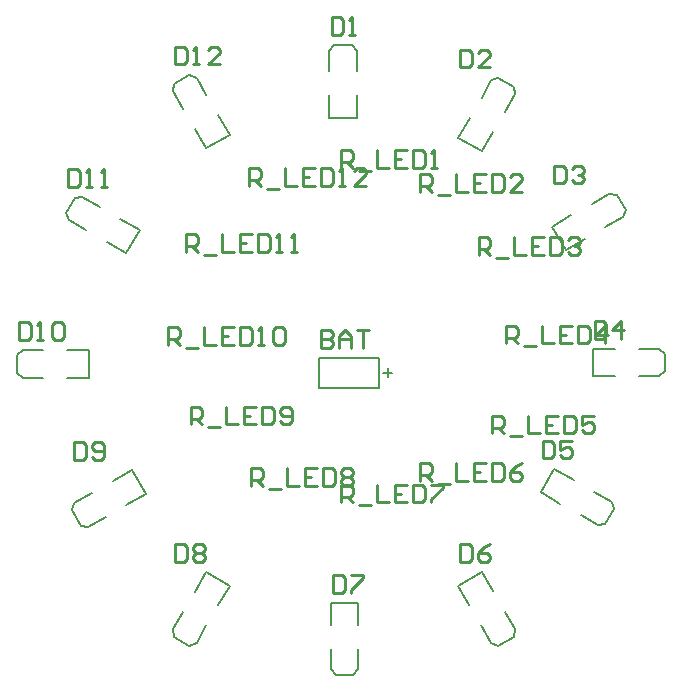
<source format=gto>
%FSTAX23Y23*%
%MOIN*%
%SFA1B1*%

%IPPOS*%
%ADD10C,0.007870*%
%ADD11C,0.010000*%
%ADD12C,0.005910*%
%LNnatal-1*%
%LPD*%
G54D10*
X02402Y03609D02*
X02436Y03551D01*
X02457Y03663D02*
X02481Y03654D01*
X02402Y03609D02*
X02406Y03634D01*
X02481Y03654D02*
X02514Y03596D01*
X02406Y03634D02*
X02457Y03663D01*
X02512Y03418D02*
X02591Y03463D01*
X02475Y03483D02*
X02512Y03418D01*
X02553Y03528D02*
X02591Y03463D01*
X02924Y03675D02*
Y03742D01*
X02999Y03762D02*
X03015Y03742D01*
X02924D02*
X0294Y03762D01*
X03015Y03675D02*
Y03742D01*
X0294Y03762D02*
X02999D01*
X02924Y03521D02*
X03015D01*
X02924D02*
Y03596D01*
X03015Y03521D02*
Y03596D01*
X03431Y03587D02*
X03464Y03645D01*
X03539Y03624D02*
X03542Y03599D01*
X03464Y03645D02*
X03487Y03654D01*
X03509Y03541D02*
X03542Y03599D01*
X03487Y03654D02*
X03539Y03624D01*
X03354Y03454D02*
X03432Y03408D01*
X03354Y03454D02*
X03391Y03518D01*
X03432Y03408D02*
X0347Y03473D01*
X02055Y03178D02*
X02113Y03145D01*
X02075Y03253D02*
X021Y03257D01*
X02046Y03202D02*
X02055Y03178D01*
X021Y03257D02*
X02158Y03223D01*
X02046Y03202D02*
X02075Y03253D01*
X02246Y03068D02*
X02291Y03147D01*
X02181Y03106D02*
X02246Y03068D01*
X02226Y03184D02*
X02291Y03147D01*
X01903Y02654D02*
X0197D01*
X01884Y02729D02*
X01903Y02745D01*
X01884Y0267D02*
X01903Y02654D01*
Y02745D02*
X0197D01*
X01884Y0267D02*
Y02729D01*
X02124Y02654D02*
Y02745D01*
X02049Y02654D02*
X02124D01*
X02049Y02745D02*
X02124D01*
X03799Y03234D02*
X03856Y03267D01*
X03902Y03189D02*
X03911Y03212D01*
X03856Y03267D02*
X03881Y03264D01*
X03844Y03156D02*
X03902Y03189D01*
X03881Y03264D02*
X03911Y03212D01*
X03666Y03157D02*
X03711Y03079D01*
X03666Y03157D02*
X0373Y03195D01*
X03711Y03079D02*
X03776Y03116D01*
X0212Y02157D02*
X02178Y0219D01*
X02065Y02212D02*
X02074Y02235D01*
X02095Y0216D02*
X0212Y02157D01*
X02074Y02235D02*
X02132Y02268D01*
X02065Y02212D02*
X02095Y0216D01*
X02265Y02345D02*
X02311Y02267D01*
X02246Y02229D02*
X02311Y02267D01*
X02201Y02308D02*
X02265Y02345D01*
X03955Y0275D02*
X04022D01*
Y02659D02*
X04042Y02675D01*
X04022Y0275D02*
X04042Y02734D01*
X03955Y02659D02*
X04022D01*
X04042Y02675D02*
Y02734D01*
X03801Y02659D02*
Y0275D01*
X03876*
X03801Y02659D02*
X03876D01*
X02481Y0177D02*
X02514Y01828D01*
X02402Y01815D02*
X02406Y0179D01*
X02457Y01761D02*
X02481Y0177D01*
X02402Y01815D02*
X02436Y01873D01*
X02406Y0179D02*
X02457Y01761D01*
X02512Y02006D02*
X02591Y01961D01*
X02553Y01896D02*
X02591Y01961D01*
X02475Y01941D02*
X02512Y02006D01*
X03807Y02273D02*
X03865Y0224D01*
X03819Y02162D02*
X03844Y02165D01*
X03865Y0224D02*
X03874Y02217D01*
X03761Y02195D02*
X03819Y02162D01*
X03844Y02165D02*
X03874Y02217D01*
X03628Y02272D02*
X03674Y0235D01*
X03738Y02313*
X03628Y02272D02*
X03693Y02234D01*
X0302Y01682D02*
Y01749D01*
X02929Y01682D02*
X02945Y01662D01*
X03004D02*
X0302Y01682D01*
X02929D02*
Y01749D01*
X02945Y01662D02*
X03004D01*
X02929Y01903D02*
X0302D01*
Y01828D02*
Y01903D01*
X02929Y01828D02*
Y01903D01*
X03508Y01873D02*
X03541Y01815D01*
X03463Y0177D02*
X03486Y01761D01*
X03538Y0179D02*
X03541Y01815D01*
X03429Y01828D02*
X03463Y0177D01*
X03486Y01761D02*
X03538Y0179D01*
X03353Y01961D02*
X03431Y02006D01*
X03468Y01942*
X03353Y01961D02*
X0339Y01896D01*
X0289Y0262D02*
X0309D01*
Y0272*
X0289D02*
X0309D01*
X0289Y0262D02*
Y0272D01*
G54D11*
X02409Y03757D02*
Y03698D01*
X02438*
X02448Y03708*
Y03747*
X02438Y03757*
X02409*
X02468Y03698D02*
X02488D01*
X02478*
Y03757*
X02468Y03747*
X02558Y03698D02*
X02518D01*
X02558Y03737*
Y03747*
X02548Y03757*
X02528*
X02518Y03747*
X02931Y03855D02*
Y03796D01*
X0296*
X0297Y03806*
Y03845*
X0296Y03855*
X02931*
X0299Y03796D02*
X0301D01*
X03*
Y03855*
X0299Y03845*
X02657Y03294D02*
Y03353D01*
X02686*
X02696Y03343*
Y03323*
X02686Y03313*
X02657*
X02676D02*
X02696Y03294D01*
X02716Y03284D02*
X02756D01*
X02776Y03353D02*
Y03294D01*
X02816*
X02876Y03353D02*
X02836D01*
Y03294*
X02876*
X02836Y03323D02*
X02856D01*
X02896Y03353D02*
Y03294D01*
X02926*
X02936Y03304*
Y03343*
X02926Y03353*
X02896*
X02956Y03294D02*
X02976D01*
X02966*
Y03353*
X02956Y03343*
X03046Y03294D02*
X03006D01*
X03046Y03333*
Y03343*
X03036Y03353*
X03016*
X03006Y03343*
X02962Y03353D02*
Y03412D01*
X02991*
X03001Y03402*
Y03382*
X02991Y03372*
X02962*
X02981D02*
X03001Y03353D01*
X03021Y03343D02*
X03061D01*
X03081Y03412D02*
Y03353D01*
X03121*
X03181Y03412D02*
X03141D01*
Y03353*
X03181*
X03141Y03382D02*
X03161D01*
X03201Y03412D02*
Y03353D01*
X03231*
X03241Y03363*
Y03402*
X03231Y03412*
X03201*
X03261Y03353D02*
X03281D01*
X03271*
Y03412*
X03261Y03402*
X0336Y03747D02*
Y03688D01*
X03389*
X03399Y03698*
Y03737*
X03389Y03747*
X0336*
X03459Y03688D02*
X03419D01*
X03459Y03727*
Y03737*
X03449Y03747*
X03429*
X03419Y03737*
X02052Y0335D02*
Y03291D01*
X02081*
X02091Y03301*
Y0334*
X02081Y0335*
X02052*
X02111Y03291D02*
X02131D01*
X02121*
Y0335*
X02111Y0334*
X02161Y03291D02*
X02181D01*
X02171*
Y0335*
X02161Y0334*
X03227Y03274D02*
Y03333D01*
X03256*
X03266Y03323*
Y03303*
X03256Y03293*
X03227*
X03246D02*
X03266Y03274D01*
X03286Y03264D02*
X03326D01*
X03346Y03333D02*
Y03274D01*
X03386*
X03446Y03333D02*
X03406D01*
Y03274*
X03446*
X03406Y03303D02*
X03426D01*
X03466Y03333D02*
Y03274D01*
X03496*
X03506Y03284*
Y03323*
X03496Y03333*
X03466*
X03566Y03274D02*
X03526D01*
X03566Y03313*
Y03323*
X03556Y03333*
X03536*
X03526Y03323*
X02446Y03073D02*
Y03132D01*
X02475*
X02485Y03122*
Y03102*
X02475Y03092*
X02446*
X02465D02*
X02485Y03073D01*
X02505Y03063D02*
X02545D01*
X02565Y03132D02*
Y03073D01*
X02605*
X02665Y03132D02*
X02625D01*
Y03073*
X02665*
X02625Y03102D02*
X02645D01*
X02685Y03132D02*
Y03073D01*
X02715*
X02725Y03083*
Y03122*
X02715Y03132*
X02685*
X02745Y03073D02*
X02765D01*
X02755*
Y03132*
X02745Y03122*
X02795Y03073D02*
X02815D01*
X02805*
Y03132*
X02795Y03122*
X0189Y02838D02*
Y02779D01*
X01919*
X01929Y02789*
Y02828*
X01919Y02838*
X0189*
X01949Y02779D02*
X01969D01*
X01959*
Y02838*
X01949Y02828*
X01999D02*
X02009Y02838D01*
X02029*
X02039Y02828*
Y02789*
X02029Y02779*
X02009*
X01999Y02789*
Y02828*
X03672Y03361D02*
Y03302D01*
X03701*
X03711Y03312*
Y03351*
X03701Y03361*
X03672*
X03731Y03351D02*
X03741Y03361D01*
X03761*
X03771Y03351*
Y03341*
X03761Y03331*
X03751*
X03761*
X03771Y03321*
Y03312*
X03761Y03302*
X03741*
X03731Y03312*
X02387Y02763D02*
Y02822D01*
X02416*
X02426Y02812*
Y02792*
X02416Y02782*
X02387*
X02406D02*
X02426Y02763D01*
X02446Y02753D02*
X02486D01*
X02506Y02822D02*
Y02763D01*
X02546*
X02606Y02822D02*
X02566D01*
Y02763*
X02606*
X02566Y02792D02*
X02586D01*
X02626Y02822D02*
Y02763D01*
X02656*
X02666Y02773*
Y02812*
X02656Y02822*
X02626*
X02686Y02763D02*
X02706D01*
X02696*
Y02822*
X02686Y02812*
X02736D02*
X02746Y02822D01*
X02766*
X02776Y02812*
Y02773*
X02766Y02763*
X02746*
X02736Y02773*
Y02812*
X03421Y03063D02*
Y03122D01*
X0345*
X0346Y03112*
Y03092*
X0345Y03082*
X03421*
X0344D02*
X0346Y03063D01*
X0348Y03053D02*
X0352D01*
X0354Y03122D02*
Y03063D01*
X0358*
X0364Y03122D02*
X036D01*
Y03063*
X0364*
X036Y03092D02*
X0362D01*
X0366Y03122D02*
Y03063D01*
X0369*
X037Y03073*
Y03112*
X0369Y03122*
X0366*
X0372Y03112D02*
X0373Y03122D01*
X0375*
X0376Y03112*
Y03102*
X0375Y03092*
X0374*
X0375*
X0376Y03082*
Y03073*
X0375Y03063*
X0373*
X0372Y03073*
X02072Y02439D02*
Y0238D01*
X02101*
X02111Y0239*
Y02429*
X02101Y02439*
X02072*
X02131Y0239D02*
X02141Y0238D01*
X02161*
X02171Y0239*
Y02429*
X02161Y02439*
X02141*
X02131Y02429*
Y02419*
X02141Y02409*
X02171*
X03808Y02843D02*
Y02784D01*
X03837*
X03847Y02794*
Y02833*
X03837Y02843*
X03808*
X03897Y02784D02*
Y02843D01*
X03867Y02813*
X03907*
X02461Y02498D02*
Y02557D01*
X0249*
X025Y02547*
Y02527*
X0249Y02517*
X02461*
X0248D02*
X025Y02498D01*
X0252Y02488D02*
X0256D01*
X0258Y02557D02*
Y02498D01*
X0262*
X0268Y02557D02*
X0264D01*
Y02498*
X0268*
X0264Y02527D02*
X0266D01*
X027Y02557D02*
Y02498D01*
X0273*
X0274Y02508*
Y02547*
X0273Y02557*
X027*
X0276Y02508D02*
X0277Y02498D01*
X0279*
X028Y02508*
Y02547*
X0279Y02557*
X0277*
X0276Y02547*
Y02537*
X0277Y02527*
X028*
X03512Y02768D02*
Y02827D01*
X03541*
X03551Y02817*
Y02797*
X03541Y02787*
X03512*
X03531D02*
X03551Y02768D01*
X03571Y02758D02*
X03611D01*
X03631Y02827D02*
Y02768D01*
X03671*
X03731Y02827D02*
X03691D01*
Y02768*
X03731*
X03691Y02797D02*
X03711D01*
X03751Y02827D02*
Y02768D01*
X03781*
X03791Y02778*
Y02817*
X03781Y02827*
X03751*
X03841Y02768D02*
Y02827D01*
X03811Y02797*
X03851*
X02409Y02099D02*
Y0204D01*
X02438*
X02448Y0205*
Y02089*
X02438Y02099*
X02409*
X02468Y02089D02*
X02478Y02099D01*
X02498*
X02508Y02089*
Y02079*
X02498Y02069*
X02508Y02059*
Y0205*
X02498Y0204*
X02478*
X02468Y0205*
Y02059*
X02478Y02069*
X02468Y02079*
Y02089*
X02478Y02069D02*
X02498D01*
X03635Y02444D02*
Y02385D01*
X03664*
X03674Y02395*
Y02434*
X03664Y02444*
X03635*
X03734D02*
X03694D01*
Y02414*
X03714Y02424*
X03724*
X03734Y02414*
Y02395*
X03724Y02385*
X03704*
X03694Y02395*
X02662Y02294D02*
Y02353D01*
X02691*
X02701Y02343*
Y02323*
X02691Y02313*
X02662*
X02681D02*
X02701Y02294D01*
X02721Y02284D02*
X02761D01*
X02781Y02353D02*
Y02294D01*
X02821*
X02881Y02353D02*
X02841D01*
Y02294*
X02881*
X02841Y02323D02*
X02861D01*
X02901Y02353D02*
Y02294D01*
X02931*
X02941Y02304*
Y02343*
X02931Y02353*
X02901*
X02961Y02343D02*
X02971Y02353D01*
X02991*
X03001Y02343*
Y02333*
X02991Y02323*
X03001Y02313*
Y02304*
X02991Y02294*
X02971*
X02961Y02304*
Y02313*
X02971Y02323*
X02961Y02333*
Y02343*
X02971Y02323D02*
X02991D01*
X03466Y02468D02*
Y02527D01*
X03495*
X03505Y02517*
Y02497*
X03495Y02487*
X03466*
X03485D02*
X03505Y02468D01*
X03525Y02458D02*
X03565D01*
X03585Y02527D02*
Y02468D01*
X03625*
X03685Y02527D02*
X03645D01*
Y02468*
X03685*
X03645Y02497D02*
X03665D01*
X03705Y02527D02*
Y02468D01*
X03735*
X03745Y02478*
Y02517*
X03735Y02527*
X03705*
X03805D02*
X03765D01*
Y02497*
X03785Y02507*
X03795*
X03805Y02497*
Y02478*
X03795Y02468*
X03775*
X03765Y02478*
X02936Y01996D02*
Y01937D01*
X02965*
X02975Y01947*
Y01986*
X02965Y01996*
X02936*
X02995D02*
X03035D01*
Y01986*
X02995Y01947*
Y01937*
X03359Y021D02*
Y02041D01*
X03388*
X03398Y02051*
Y0209*
X03388Y021*
X03359*
X03458D02*
X03438Y0209D01*
X03418Y0207*
Y02051*
X03428Y02041*
X03448*
X03458Y02051*
Y0206*
X03448Y0207*
X03418*
X02962Y02238D02*
Y02297D01*
X02991*
X03001Y02287*
Y02267*
X02991Y02257*
X02962*
X02981D02*
X03001Y02238D01*
X03021Y02228D02*
X03061D01*
X03081Y02297D02*
Y02238D01*
X03121*
X03181Y02297D02*
X03141D01*
Y02238*
X03181*
X03141Y02267D02*
X03161D01*
X03201Y02297D02*
Y02238D01*
X03231*
X03241Y02248*
Y02287*
X03231Y02297*
X03201*
X03261D02*
X03301D01*
Y02287*
X03261Y02248*
Y02238*
X03227Y0231D02*
Y02369D01*
X03256*
X03266Y02359*
Y02339*
X03256Y02329*
X03227*
X03246D02*
X03266Y0231D01*
X03286Y023D02*
X03326D01*
X03346Y02369D02*
Y0231D01*
X03386*
X03446Y02369D02*
X03406D01*
Y0231*
X03446*
X03406Y02339D02*
X03426D01*
X03466Y02369D02*
Y0231D01*
X03496*
X03506Y0232*
Y02359*
X03496Y02369*
X03466*
X03566D02*
X03546Y02359D01*
X03526Y02339*
Y0232*
X03536Y0231*
X03556*
X03566Y0232*
Y02329*
X03556Y02339*
X03526*
X02896Y02813D02*
Y02754D01*
X02925*
X02935Y02764*
Y02773*
X02925Y02783*
X02896*
X02925*
X02935Y02793*
Y02803*
X02925Y02813*
X02896*
X02955Y02754D02*
Y02793D01*
X02975Y02813*
X02995Y02793*
Y02754*
Y02783*
X02955*
X03015Y02813D02*
X03055D01*
X03035*
Y02754*
G54D12*
X03134Y0267D02*
X03104D01*
X03119Y02655D02*
Y02685D01*
M02*
</source>
